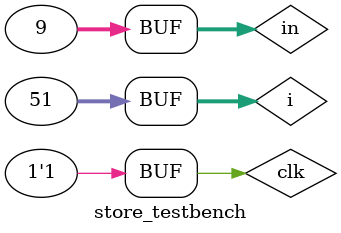
<source format=v>
module store(clk, rst, in, out);
input clk, rst;
input [31:0] in;
output integer out;

integer intermediate;

always @ (posedge clk) begin
	intermediate = in;
	out = intermediate;
end


endmodule


module store_testbench();
reg clk;
reg[31:0] in;
wire[31:0] out;
integer i;

store dut ( .clk(clk),
				.in(in),
				.out(out)
				);

initial begin
	in = 5;
	#20;
	in = 1;
	#20;
	in = 8;
	#20;
	in = 9;
	#20;
end

// Create a clock that switches every 10 timepoints
	initial begin
			clk  = 1'b0;
			for(i = 0; i<=50; i = i+1) begin
				#10 clk = ~clk; 
			end
	end

endmodule

</source>
